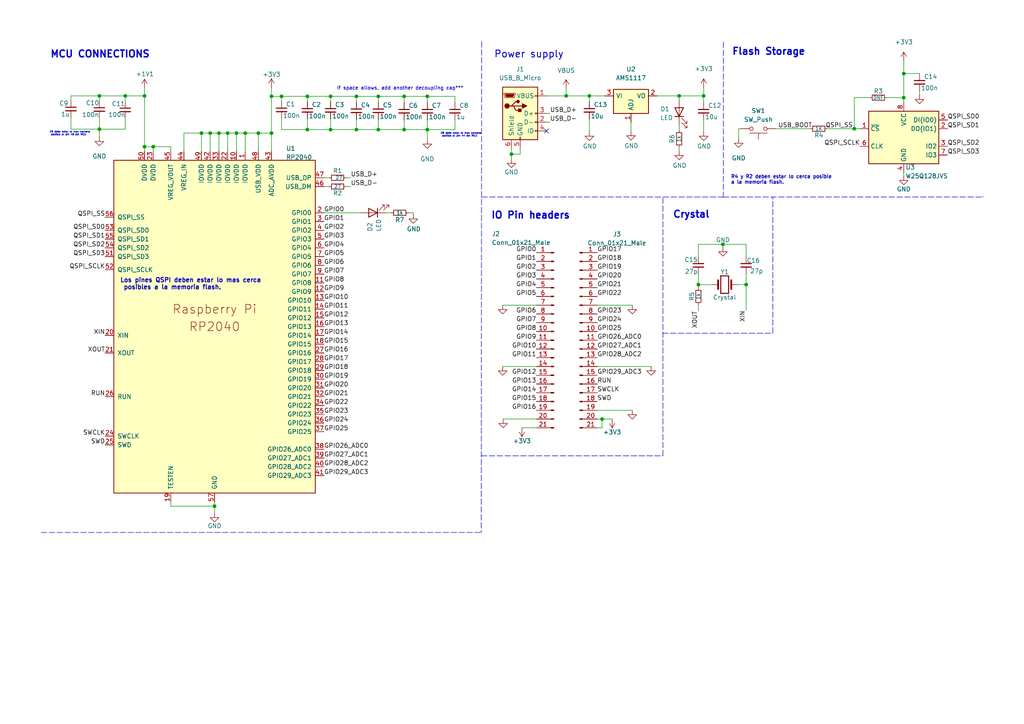
<source format=kicad_sch>
(kicad_sch (version 20211123) (generator eeschema)
  (paper "A4")
  (lib_symbols
    (symbol "Connector:Conn_01x21_Male" (pin_names (offset 1.016) hide)
      (property "Reference" "J" (at 0 27.94 0))
      (property "Value" "Conn_01x21_Male" (at 0 -27.94 0))
      (symbol "Conn_01x21_Male_1_1"
        (polyline (pts (xy 1.27 -25.4) (xy 0.8636 -25.4)) (stroke (width 0.1524)))
        (polyline (pts (xy 1.27 -22.86) (xy 0.8636 -22.86)) (stroke (width 0.1524)))
        (polyline (pts (xy 1.27 -20.32) (xy 0.8636 -20.32)) (stroke (width 0.1524)))
        (polyline (pts (xy 1.27 -17.78) (xy 0.8636 -17.78)) (stroke (width 0.1524)))
        (polyline (pts (xy 1.27 -15.24) (xy 0.8636 -15.24)) (stroke (width 0.1524)))
        (polyline (pts (xy 1.27 -12.7) (xy 0.8636 -12.7)) (stroke (width 0.1524)))
        (polyline (pts (xy 1.27 -10.16) (xy 0.8636 -10.16)) (stroke (width 0.1524)))
        (polyline (pts (xy 1.27 -7.62) (xy 0.8636 -7.62)) (stroke (width 0.1524)))
        (polyline (pts (xy 1.27 -5.08) (xy 0.8636 -5.08)) (stroke (width 0.1524)))
        (polyline (pts (xy 1.27 -2.54) (xy 0.8636 -2.54)) (stroke (width 0.1524)))
        (polyline (pts (xy 1.27 0) (xy 0.8636 0)) (stroke (width 0.1524)))
        (polyline (pts (xy 1.27 2.54) (xy 0.8636 2.54)) (stroke (width 0.1524)))
        (polyline (pts (xy 1.27 5.08) (xy 0.8636 5.08)) (stroke (width 0.1524)))
        (polyline (pts (xy 1.27 7.62) (xy 0.8636 7.62)) (stroke (width 0.1524)))
        (polyline (pts (xy 1.27 10.16) (xy 0.8636 10.16)) (stroke (width 0.1524)))
        (polyline (pts (xy 1.27 12.7) (xy 0.8636 12.7)) (stroke (width 0.1524)))
        (polyline (pts (xy 1.27 15.24) (xy 0.8636 15.24)) (stroke (width 0.1524)))
        (polyline (pts (xy 1.27 17.78) (xy 0.8636 17.78)) (stroke (width 0.1524)))
        (polyline (pts (xy 1.27 20.32) (xy 0.8636 20.32)) (stroke (width 0.1524)))
        (polyline (pts (xy 1.27 22.86) (xy 0.8636 22.86)) (stroke (width 0.1524)))
        (polyline (pts (xy 1.27 25.4) (xy 0.8636 25.4)) (stroke (width 0.1524)))
        (rectangle (start 0.8636 -25.273) (end 0 -25.527) (stroke (width 0.1524)) (fill (type outline)))
        (rectangle (start 0.8636 -22.733) (end 0 -22.987) (stroke (width 0.1524)) (fill (type outline)))
        (rectangle (start 0.8636 -20.193) (end 0 -20.447) (stroke (width 0.1524)) (fill (type outline)))
        (rectangle (start 0.8636 -17.653) (end 0 -17.907) (stroke (width 0.1524)) (fill (type outline)))
        (rectangle (start 0.8636 -15.113) (end 0 -15.367) (stroke (width 0.1524)) (fill (type outline)))
        (rectangle (start 0.8636 -12.573) (end 0 -12.827) (stroke (width 0.1524)) (fill (type outline)))
        (rectangle (start 0.8636 -10.033) (end 0 -10.287) (stroke (width 0.1524)) (fill (type outline)))
        (rectangle (start 0.8636 -7.493) (end 0 -7.747) (stroke (width 0.1524)) (fill (type outline)))
        (rectangle (start 0.8636 -4.953) (end 0 -5.207) (stroke (width 0.1524)) (fill (type outline)))
        (rectangle (start 0.8636 -2.413) (end 0 -2.667) (stroke (width 0.1524)) (fill (type outline)))
        (rectangle (start 0.8636 0.127) (end 0 -0.127) (stroke (width 0.1524)) (fill (type outline)))
        (rectangle (start 0.8636 2.667) (end 0 2.413) (stroke (width 0.1524)) (fill (type outline)))
        (rectangle (start 0.8636 5.207) (end 0 4.953) (stroke (width 0.1524)) (fill (type outline)))
        (rectangle (start 0.8636 7.747) (end 0 7.493) (stroke (width 0.1524)) (fill (type outline)))
        (rectangle (start 0.8636 10.287) (end 0 10.033) (stroke (width 0.1524)) (fill (type outline)))
        (rectangle (start 0.8636 12.827) (end 0 12.573) (stroke (width 0.1524)) (fill (type outline)))
        (rectangle (start 0.8636 15.367) (end 0 15.113) (stroke (width 0.1524)) (fill (type outline)))
        (rectangle (start 0.8636 17.907) (end 0 17.653) (stroke (width 0.1524)) (fill (type outline)))
        (rectangle (start 0.8636 20.447) (end 0 20.193) (stroke (width 0.1524)) (fill (type outline)))
        (rectangle (start 0.8636 22.987) (end 0 22.733) (stroke (width 0.1524)) (fill (type outline)))
        (rectangle (start 0.8636 25.527) (end 0 25.273) (stroke (width 0.1524)) (fill (type outline)))
        (pin passive line (at 5.08 25.4 180) (length 3.81) (name "Pin_1") (number "1"))
        (pin passive line (at 5.08 2.54 180) (length 3.81) (name "Pin_10") (number "10"))
        (pin passive line (at 5.08 0 180) (length 3.81) (name "Pin_11") (number "11"))
        (pin passive line (at 5.08 -2.54 180) (length 3.81) (name "Pin_12") (number "12"))
        (pin passive line (at 5.08 -5.08 180) (length 3.81) (name "Pin_13") (number "13"))
        (pin passive line (at 5.08 -7.62 180) (length 3.81) (name "Pin_14") (number "14"))
        (pin passive line (at 5.08 -10.16 180) (length 3.81) (name "Pin_15") (number "15"))
        (pin passive line (at 5.08 -12.7 180) (length 3.81) (name "Pin_16") (number "16"))
        (pin passive line (at 5.08 -15.24 180) (length 3.81) (name "Pin_17") (number "17"))
        (pin passive line (at 5.08 -17.78 180) (length 3.81) (name "Pin_18") (number "18"))
        (pin passive line (at 5.08 -20.32 180) (length 3.81) (name "Pin_19") (number "19"))
        (pin passive line (at 5.08 22.86 180) (length 3.81) (name "Pin_2") (number "2"))
        (pin passive line (at 5.08 -22.86 180) (length 3.81) (name "Pin_20") (number "20"))
        (pin passive line (at 5.08 -25.4 180) (length 3.81) (name "Pin_21") (number "21"))
        (pin passive line (at 5.08 20.32 180) (length 3.81) (name "Pin_3") (number "3"))
        (pin passive line (at 5.08 17.78 180) (length 3.81) (name "Pin_4") (number "4"))
        (pin passive line (at 5.08 15.24 180) (length 3.81) (name "Pin_5") (number "5"))
        (pin passive line (at 5.08 12.7 180) (length 3.81) (name "Pin_6") (number "6"))
        (pin passive line (at 5.08 10.16 180) (length 3.81) (name "Pin_7") (number "7"))
        (pin passive line (at 5.08 7.62 180) (length 3.81) (name "Pin_8") (number "8"))
        (pin passive line (at 5.08 5.08 180) (length 3.81) (name "Pin_9") (number "9"))
      )
    )
    (symbol "Connector:USB_B_Micro" (pin_names (offset 1.016))
      (property "Reference" "J" (at -5.08 11.43 0))
      (property "Value" "USB_B_Micro" (at -5.08 8.89 0))
      (symbol "USB_B_Micro_0_1"
        (rectangle (start -5.08 -7.62) (end 5.08 7.62) (stroke (width 0.254)) (fill (type background)))
        (circle (center -3.81 2.159) (radius 0.635) (stroke (width 0.254)) (fill (type outline)))
        (circle (center -0.635 3.429) (radius 0.381) (stroke (width 0.254)) (fill (type outline)))
        (rectangle (start -0.127 -7.62) (end 0.127 -6.858))
        (polyline (pts (xy -1.905 2.159) (xy 0.635 2.159)) (stroke (width 0.254)))
        (polyline (pts (xy -3.175 2.159) (xy -2.54 2.159) (xy -1.27 3.429) (xy -0.635 3.429)) (stroke (width 0.254)))
        (polyline (pts (xy -2.54 2.159) (xy -1.905 2.159) (xy -1.27 0.889) (xy 0 0.889)) (stroke (width 0.254)))
        (polyline (pts (xy 0.635 2.794) (xy 0.635 1.524) (xy 1.905 2.159) (xy 0.635 2.794)) (stroke (width 0.254)) (fill (type outline)))
        (polyline (pts (xy -4.318 5.588) (xy -1.778 5.588) (xy -2.032 4.826) (xy -4.064 4.826) (xy -4.318 5.588)) (fill (type outline)))
        (polyline (pts (xy -4.699 5.842) (xy -4.699 5.588) (xy -4.445 4.826) (xy -4.445 4.572) (xy -1.651 4.572) (xy -1.651 4.826) (xy -1.397 5.588) (xy -1.397 5.842) (xy -4.699 5.842)))
        (rectangle (start 0.254 1.27) (end -0.508 0.508) (stroke (width 0.254)) (fill (type outline)))
        (rectangle (start 5.08 -5.207) (end 4.318 -4.953))
        (rectangle (start 5.08 -2.667) (end 4.318 -2.413))
        (rectangle (start 5.08 -0.127) (end 4.318 0.127))
        (rectangle (start 5.08 4.953) (end 4.318 5.207))
      )
      (symbol "USB_B_Micro_1_1"
        (pin power_out line (at 7.62 5.08 180) (length 2.54) (name "VBUS") (number "1"))
        (pin bidirectional line (at 7.62 -2.54 180) (length 2.54) (name "D-") (number "2"))
        (pin bidirectional line (at 7.62 0 180) (length 2.54) (name "D+") (number "3"))
        (pin passive line (at 7.62 -5.08 180) (length 2.54) (name "ID") (number "4"))
        (pin power_out line (at 0 -10.16 90) (length 2.54) (name "GND") (number "5"))
        (pin passive line (at -2.54 -10.16 90) (length 2.54) (name "Shield") (number "6"))
      )
    )
    (symbol "Device:C_Small" (pin_numbers hide) (pin_names (offset 0.254) hide)
      (property "Reference" "C" (at 0.254 1.778 0))
      (property "Value" "C_Small" (at 0.254 -2.032 0))
      (symbol "C_Small_0_1"
        (polyline (pts (xy -1.524 -0.508) (xy 1.524 -0.508)) (stroke (width 0.3302)))
        (polyline (pts (xy -1.524 0.508) (xy 1.524 0.508)) (stroke (width 0.3048)))
      )
      (symbol "C_Small_1_1"
        (pin passive line (at 0 2.54 270) (length 2.032) (name "~") (number "1"))
        (pin passive line (at 0 -2.54 90) (length 2.032) (name "~") (number "2"))
      )
    )
    (symbol "Device:Crystal" (pin_numbers hide) (pin_names (offset 1.016) hide)
      (property "Reference" "Y" (at 0 3.81 0))
      (property "Value" "Crystal" (at 0 -3.81 0))
      (symbol "Crystal_0_1"
        (rectangle (start -1.143 2.54) (end 1.143 -2.54) (stroke (width 0.3048)))
        (polyline (pts (xy -2.54 0) (xy -1.905 0)))
        (polyline (pts (xy -1.905 -1.27) (xy -1.905 1.27)) (stroke (width 0.508)))
        (polyline (pts (xy 1.905 -1.27) (xy 1.905 1.27)) (stroke (width 0.508)))
        (polyline (pts (xy 2.54 0) (xy 1.905 0)))
      )
      (symbol "Crystal_1_1"
        (pin passive line (at -3.81 0 0) (length 1.27) (name "1") (number "1"))
        (pin passive line (at 3.81 0 180) (length 1.27) (name "2") (number "2"))
      )
    )
    (symbol "Device:LED" (pin_numbers hide) (pin_names (offset 1.016) hide)
      (property "Reference" "D" (at 0 2.54 0))
      (property "Value" "LED" (at 0 -2.54 0))
      (symbol "LED_0_1"
        (polyline (pts (xy -1.27 -1.27) (xy -1.27 1.27)) (stroke (width 0.254)))
        (polyline (pts (xy -1.27 0) (xy 1.27 0)))
        (polyline (pts (xy 1.27 -1.27) (xy 1.27 1.27) (xy -1.27 0) (xy 1.27 -1.27)) (stroke (width 0.254)))
        (polyline (pts (xy -3.048 -0.762) (xy -4.572 -2.286) (xy -3.81 -2.286) (xy -4.572 -2.286) (xy -4.572 -1.524)))
        (polyline (pts (xy -1.778 -0.762) (xy -3.302 -2.286) (xy -2.54 -2.286) (xy -3.302 -2.286) (xy -3.302 -1.524)))
      )
      (symbol "LED_1_1"
        (pin passive line (at -3.81 0 0) (length 2.54) (name "K") (number "1"))
        (pin passive line (at 3.81 0 180) (length 2.54) (name "A") (number "2"))
      )
    )
    (symbol "Device:R_Small" (pin_numbers hide) (pin_names (offset 0.254) hide)
      (property "Reference" "R" (at 0.762 0.508 0))
      (property "Value" "R_Small" (at 0.762 -1.016 0))
      (symbol "R_Small_0_1"
        (rectangle (start -0.762 1.778) (end 0.762 -1.778) (stroke (width 0.2032)))
      )
      (symbol "R_Small_1_1"
        (pin passive line (at 0 2.54 270) (length 0.762) (name "~") (number "1"))
        (pin passive line (at 0 -2.54 90) (length 0.762) (name "~") (number "2"))
      )
    )
    (symbol "MCU_RaspberryPi_and_Boards:RP2040" (pin_names (offset 1.016))
      (property "Reference" "U" (at -29.21 49.53 0))
      (property "Value" "RP2040" (at 24.13 -49.53 0))
      (symbol "RP2040_0_0"
        (text "Raspberry Pi" (at 0 5.08 0) (effects (font (size 2.54 2.54))))
        (text "RP2040" (at 0 0 0) (effects (font (size 2.54 2.54))))
      )
      (symbol "RP2040_0_1"
        (rectangle (start 29.21 48.26) (end -29.21 -48.26) (stroke (width 0.254)) (fill (type background)))
      )
      (symbol "RP2040_1_1"
        (pin power_in line (at 8.89 50.8 270) (length 2.54) (name "IOVDD") (number "1"))
        (pin power_in line (at 6.35 50.8 270) (length 2.54) (name "IOVDD") (number "10"))
        (pin bidirectional line (at 31.75 12.7 180) (length 2.54) (name "GPIO8") (number "11"))
        (pin bidirectional line (at 31.75 10.16 180) (length 2.54) (name "GPIO9") (number "12"))
        (pin bidirectional line (at 31.75 7.62 180) (length 2.54) (name "GPIO10") (number "13"))
        (pin bidirectional line (at 31.75 5.08 180) (length 2.54) (name "GPIO11") (number "14"))
        (pin bidirectional line (at 31.75 2.54 180) (length 2.54) (name "GPIO12") (number "15"))
        (pin bidirectional line (at 31.75 0 180) (length 2.54) (name "GPIO13") (number "16"))
        (pin bidirectional line (at 31.75 -2.54 180) (length 2.54) (name "GPIO14") (number "17"))
        (pin bidirectional line (at 31.75 -5.08 180) (length 2.54) (name "GPIO15") (number "18"))
        (pin passive line (at -12.7 -50.8 90) (length 2.54) (name "TESTEN") (number "19"))
        (pin bidirectional line (at 31.75 33.02 180) (length 2.54) (name "GPIO0") (number "2"))
        (pin input line (at -31.75 -2.54 0) (length 2.54) (name "XIN") (number "20"))
        (pin passive line (at -31.75 -7.62 0) (length 2.54) (name "XOUT") (number "21"))
        (pin power_in line (at 3.81 50.8 270) (length 2.54) (name "IOVDD") (number "22"))
        (pin power_in line (at -17.78 50.8 270) (length 2.54) (name "DVDD") (number "23"))
        (pin output line (at -31.75 -31.75 0) (length 2.54) (name "SWCLK") (number "24"))
        (pin bidirectional line (at -31.75 -34.29 0) (length 2.54) (name "SWD") (number "25"))
        (pin input line (at -31.75 -20.32 0) (length 2.54) (name "RUN") (number "26"))
        (pin bidirectional line (at 31.75 -7.62 180) (length 2.54) (name "GPIO16") (number "27"))
        (pin bidirectional line (at 31.75 -10.16 180) (length 2.54) (name "GPIO17") (number "28"))
        (pin bidirectional line (at 31.75 -12.7 180) (length 2.54) (name "GPIO18") (number "29"))
        (pin bidirectional line (at 31.75 30.48 180) (length 2.54) (name "GPIO1") (number "3"))
        (pin bidirectional line (at 31.75 -15.24 180) (length 2.54) (name "GPIO19") (number "30"))
        (pin bidirectional line (at 31.75 -17.78 180) (length 2.54) (name "GPIO20") (number "31"))
        (pin bidirectional line (at 31.75 -20.32 180) (length 2.54) (name "GPIO21") (number "32"))
        (pin power_in line (at 1.27 50.8 270) (length 2.54) (name "IOVDD") (number "33"))
        (pin bidirectional line (at 31.75 -22.86 180) (length 2.54) (name "GPIO22") (number "34"))
        (pin bidirectional line (at 31.75 -25.4 180) (length 2.54) (name "GPIO23") (number "35"))
        (pin bidirectional line (at 31.75 -27.94 180) (length 2.54) (name "GPIO24") (number "36"))
        (pin bidirectional line (at 31.75 -30.48 180) (length 2.54) (name "GPIO25") (number "37"))
        (pin bidirectional line (at 31.75 -35.56 180) (length 2.54) (name "GPIO26_ADC0") (number "38"))
        (pin bidirectional line (at 31.75 -38.1 180) (length 2.54) (name "GPIO27_ADC1") (number "39"))
        (pin bidirectional line (at 31.75 27.94 180) (length 2.54) (name "GPIO2") (number "4"))
        (pin bidirectional line (at 31.75 -40.64 180) (length 2.54) (name "GPIO28_ADC2") (number "40"))
        (pin bidirectional line (at 31.75 -43.18 180) (length 2.54) (name "GPIO29_ADC3") (number "41"))
        (pin power_in line (at -1.27 50.8 270) (length 2.54) (name "IOVDD") (number "42"))
        (pin power_in line (at 16.51 50.8 270) (length 2.54) (name "ADC_AVDD") (number "43"))
        (pin power_in line (at -8.89 50.8 270) (length 2.54) (name "VREG_IN") (number "44"))
        (pin power_out line (at -12.7 50.8 270) (length 2.54) (name "VREG_VOUT") (number "45"))
        (pin bidirectional line (at 31.75 40.64 180) (length 2.54) (name "USB_DM") (number "46"))
        (pin bidirectional line (at 31.75 43.18 180) (length 2.54) (name "USB_DP") (number "47"))
        (pin power_in line (at 12.7 50.8 270) (length 2.54) (name "USB_VDD") (number "48"))
        (pin power_in line (at -3.81 50.8 270) (length 2.54) (name "IOVDD") (number "49"))
        (pin bidirectional line (at 31.75 25.4 180) (length 2.54) (name "GPIO3") (number "5"))
        (pin power_in line (at -20.32 50.8 270) (length 2.54) (name "DVDD") (number "50"))
        (pin bidirectional line (at -31.75 20.32 0) (length 2.54) (name "QSPI_SD3") (number "51"))
        (pin output line (at -31.75 16.51 0) (length 2.54) (name "QSPI_SCLK") (number "52"))
        (pin bidirectional line (at -31.75 27.94 0) (length 2.54) (name "QSPI_SD0") (number "53"))
        (pin bidirectional line (at -31.75 22.86 0) (length 2.54) (name "QSPI_SD2") (number "54"))
        (pin bidirectional line (at -31.75 25.4 0) (length 2.54) (name "QSPI_SD1") (number "55"))
        (pin bidirectional line (at -31.75 31.75 0) (length 2.54) (name "QSPI_SS") (number "56"))
        (pin power_in line (at 0 -50.8 90) (length 2.54) (name "GND") (number "57"))
        (pin bidirectional line (at 31.75 22.86 180) (length 2.54) (name "GPIO4") (number "6"))
        (pin bidirectional line (at 31.75 20.32 180) (length 2.54) (name "GPIO5") (number "7"))
        (pin bidirectional line (at 31.75 17.78 180) (length 2.54) (name "GPIO6") (number "8"))
        (pin bidirectional line (at 31.75 15.24 180) (length 2.54) (name "GPIO7") (number "9"))
      )
    )
    (symbol "Memory_Flash:W25Q128JVS"
      (property "Reference" "U" (at -8.89 8.89 0))
      (property "Value" "W25Q128JVS" (at 7.62 8.89 0))
      (symbol "W25Q128JVS_0_1"
        (rectangle (start -10.16 7.62) (end 10.16 -7.62) (stroke (width 0.254)) (fill (type background)))
      )
      (symbol "W25Q128JVS_1_1"
        (pin input line (at -12.7 2.54 0) (length 2.54) (name "~{CS}") (number "1"))
        (pin bidirectional line (at 12.7 2.54 180) (length 2.54) (name "DO(IO1)") (number "2"))
        (pin bidirectional line (at 12.7 -2.54 180) (length 2.54) (name "IO2") (number "3"))
        (pin power_in line (at 0 -10.16 90) (length 2.54) (name "GND") (number "4"))
        (pin bidirectional line (at 12.7 5.08 180) (length 2.54) (name "DI(IO0)") (number "5"))
        (pin input line (at -12.7 -2.54 0) (length 2.54) (name "CLK") (number "6"))
        (pin bidirectional line (at 12.7 -5.08 180) (length 2.54) (name "IO3") (number "7"))
        (pin power_in line (at 0 10.16 270) (length 2.54) (name "VCC") (number "8"))
      )
    )
    (symbol "Regulator_Linear:AMS1117" (pin_names (offset 0.762))
      (property "Reference" "U" (at -3.81 3.175 0))
      (property "Value" "AMS1117" (at 0 3.175 0))
      (symbol "AMS1117_0_1"
        (rectangle (start -5.08 -5.08) (end 5.08 1.905) (stroke (width 0.254)) (fill (type background)))
      )
      (symbol "AMS1117_1_1"
        (pin input line (at 0 -7.62 90) (length 2.54) (name "ADJ") (number "1"))
        (pin power_out line (at 7.62 0 180) (length 2.54) (name "VO") (number "2"))
        (pin power_in line (at -7.62 0 0) (length 2.54) (name "VI") (number "3"))
      )
    )
    (symbol "Switch:SW_Push" (pin_numbers hide) (pin_names (offset 1.016) hide)
      (property "Reference" "SW" (at 1.27 2.54 0))
      (property "Value" "SW_Push" (at 0 -1.524 0))
      (symbol "SW_Push_0_1"
        (circle (center -2.032 0) (radius 0.508))
        (polyline (pts (xy 0 1.27) (xy 0 3.048)))
        (polyline (pts (xy 2.54 1.27) (xy -2.54 1.27)))
        (circle (center 2.032 0) (radius 0.508))
        (pin passive line (at -5.08 0 0) (length 2.54) (name "1") (number "1"))
        (pin passive line (at 5.08 0 180) (length 2.54) (name "2") (number "2"))
      )
    )
    (symbol "power:+1V1" (power) (pin_names (offset 0))
      (property "Value" "+1V1" (at 0 3.556 0))
      (symbol "+1V1_0_1"
        (polyline (pts (xy -0.762 1.27) (xy 0 2.54)))
        (polyline (pts (xy 0 0) (xy 0 2.54)))
        (polyline (pts (xy 0 2.54) (xy 0.762 1.27)))
      )
      (symbol "+1V1_1_1"
        (pin power_in line (at 0 0 90) (length 0) hide (name "+1V1") (number "1"))
      )
    )
    (symbol "power:+3V3" (power) (pin_names (offset 0))
      (property "Value" "+3V3" (at 0 3.556 0))
      (symbol "+3V3_0_1"
        (polyline (pts (xy -0.762 1.27) (xy 0 2.54)))
        (polyline (pts (xy 0 0) (xy 0 2.54)))
        (polyline (pts (xy 0 2.54) (xy 0.762 1.27)))
      )
      (symbol "+3V3_1_1"
        (pin power_in line (at 0 0 90) (length 0) hide (name "+3V3") (number "1"))
      )
    )
    (symbol "power:GND" (power) (pin_names (offset 0))
      (property "Value" "GND" (at 0 -3.81 0))
      (symbol "GND_0_1"
        (polyline (pts (xy 0 0) (xy 0 -1.27) (xy 1.27 -1.27) (xy 0 -2.54) (xy -1.27 -1.27) (xy 0 -1.27)))
      )
      (symbol "GND_1_1"
        (pin power_in line (at 0 0 270) (length 0) hide (name "GND") (number "1"))
      )
    )
    (symbol "power:VBUS" (power) (pin_names (offset 0))
      (property "Value" "VBUS" (at 0 3.81 0))
      (symbol "VBUS_0_1"
        (polyline (pts (xy -0.762 1.27) (xy 0 2.54)))
        (polyline (pts (xy 0 0) (xy 0 2.54)))
        (polyline (pts (xy 0 2.54) (xy 0.762 1.27)))
      )
      (symbol "VBUS_1_1"
        (pin power_in line (at 0 0 90) (length 0) hide (name "VBUS") (number "1"))
      )
    )
  )
  (junction (at 89.154 37.592))
  (junction (at 262.128 28.321))
  (junction (at 78.74 27.94))
  (junction (at 103.378 27.94))
  (junction (at 28.829 27.813))
  (junction (at 28.829 37.465))
  (junction (at 216.408 82.55))
  (junction (at 62.23 146.812))
  (junction (at 123.952 27.94))
  (junction (at 41.91 27.813))
  (junction (at 262.128 21.336))
  (junction (at 41.91 42.545))
  (junction (at 89.154 27.94))
  (junction (at 117.221 37.592))
  (junction (at 209.677 70.866))
  (junction (at 63.5 38.608))
  (junction (at 247.777 37.338))
  (junction (at 117.221 27.94))
  (junction (at 164.211 27.813))
  (junction (at 170.942 27.813))
  (junction (at 74.93 38.608))
  (junction (at 109.728 37.592))
  (junction (at 174.625 121.539))
  (junction (at 148.336 44.704))
  (junction (at 103.378 37.592))
  (junction (at 66.04 38.608))
  (junction (at 81.661 27.94))
  (junction (at 109.728 27.94))
  (junction (at 44.45 42.545))
  (junction (at 71.12 38.608))
  (junction (at 202.565 82.55))
  (junction (at 95.885 27.94))
  (junction (at 58.42 38.608))
  (junction (at 196.977 27.813))
  (junction (at 68.58 38.608))
  (junction (at 95.885 37.592))
  (junction (at 60.96 38.608))
  (junction (at 123.952 37.592))
  (junction (at 204.089 27.813))
  (junction (at 36.322 27.813))
  (junction (at 78.74 38.608))
  (no_connect (at 158.496 37.973))
  (wire (pts (xy 63.5 38.608) (xy 63.5 43.942)))
  (wire (pts (xy 78.74 27.94) (xy 81.661 27.94)))
  (wire (pts (xy 95.885 34.544) (xy 95.885 37.592)))
  (wire (pts (xy 252.222 28.321) (xy 247.777 28.321)))
  (wire (pts (xy 103.378 27.94) (xy 109.728 27.94)))
  (polyline (pts (xy 139.7 57.15) (xy 209.804 57.15)))
  (wire (pts (xy 164.211 25.654) (xy 164.211 27.813)))
  (wire (pts (xy 89.154 27.94) (xy 89.154 29.464)))
  (wire (pts (xy 62.23 146.812) (xy 62.23 148.844)))
  (wire (pts (xy 49.53 146.812) (xy 62.23 146.812)))
  (wire (pts (xy 103.378 34.671) (xy 103.378 37.592)))
  (wire (pts (xy 62.23 145.542) (xy 62.23 146.812)))
  (wire (pts (xy 262.128 17.653) (xy 262.128 21.336)))
  (wire (pts (xy 204.089 25.4) (xy 204.089 27.813)))
  (wire (pts (xy 60.96 38.608) (xy 60.96 43.942)))
  (wire (pts (xy 159.512 35.433) (xy 158.496 35.433)))
  (wire (pts (xy 109.728 27.94) (xy 117.221 27.94)))
  (wire (pts (xy 170.942 27.813) (xy 170.942 29.464)))
  (wire (pts (xy 60.96 38.608) (xy 63.5 38.608)))
  (wire (pts (xy 202.565 82.55) (xy 202.565 83.439)))
  (wire (pts (xy 214.249 37.338) (xy 214.249 40.259)))
  (wire (pts (xy 145.796 88.519) (xy 155.575 88.519)))
  (wire (pts (xy 112.014 61.722) (xy 113.411 61.722)))
  (wire (pts (xy 53.34 38.608) (xy 58.42 38.608)))
  (wire (pts (xy 41.91 42.545) (xy 44.45 42.545)))
  (wire (pts (xy 173.228 88.519) (xy 183.388 88.519)))
  (wire (pts (xy 28.829 34.29) (xy 28.829 37.465)))
  (wire (pts (xy 89.154 34.544) (xy 89.154 37.592)))
  (wire (pts (xy 131.953 27.94) (xy 131.953 29.718)))
  (wire (pts (xy 170.942 27.813) (xy 175.387 27.813)))
  (wire (pts (xy 262.128 28.321) (xy 262.128 29.718)))
  (wire (pts (xy 93.98 54.102) (xy 95.377 54.102)))
  (wire (pts (xy 68.58 38.608) (xy 68.58 43.942)))
  (wire (pts (xy 93.98 51.562) (xy 95.377 51.562)))
  (wire (pts (xy 202.565 82.55) (xy 206.375 82.55)))
  (wire (pts (xy 109.728 27.94) (xy 109.728 29.591)))
  (wire (pts (xy 66.04 38.608) (xy 66.04 43.942)))
  (polyline (pts (xy 192.278 132.207) (xy 192.278 57.15)))
  (wire (pts (xy 123.952 27.94) (xy 123.952 29.718)))
  (wire (pts (xy 81.661 27.94) (xy 81.661 29.337)))
  (wire (pts (xy 174.625 121.539) (xy 177.546 121.539)))
  (wire (pts (xy 216.408 82.55) (xy 216.408 90.043)))
  (wire (pts (xy 204.089 27.813) (xy 204.089 29.718)))
  (wire (pts (xy 58.42 38.608) (xy 60.96 38.608)))
  (wire (pts (xy 58.42 43.942) (xy 58.42 38.608)))
  (polyline (pts (xy 192.151 96.647) (xy 224.155 96.647)))
  (wire (pts (xy 204.089 34.798) (xy 204.089 38.227)))
  (wire (pts (xy 28.829 37.465) (xy 28.829 39.751)))
  (wire (pts (xy 28.829 27.813) (xy 36.322 27.813)))
  (wire (pts (xy 173.228 124.079) (xy 174.625 124.079)))
  (wire (pts (xy 28.829 27.813) (xy 28.829 29.21)))
  (polyline (pts (xy 139.7 12.065) (xy 139.573 154.432)))
  (wire (pts (xy 190.627 27.813) (xy 196.977 27.813)))
  (wire (pts (xy 95.885 37.592) (xy 89.154 37.592)))
  (wire (pts (xy 148.336 44.704) (xy 148.336 46.101)))
  (wire (pts (xy 174.625 124.079) (xy 174.625 121.539)))
  (wire (pts (xy 20.574 29.083) (xy 20.574 27.813)))
  (wire (pts (xy 20.574 37.465) (xy 28.829 37.465)))
  (wire (pts (xy 36.322 27.813) (xy 41.91 27.813)))
  (wire (pts (xy 202.565 79.502) (xy 202.565 82.55)))
  (wire (pts (xy 20.574 27.813) (xy 28.829 27.813)))
  (wire (pts (xy 63.5 38.608) (xy 66.04 38.608)))
  (wire (pts (xy 170.942 34.544) (xy 170.942 38.227)))
  (wire (pts (xy 257.302 28.321) (xy 262.128 28.321)))
  (wire (pts (xy 119.888 61.722) (xy 119.888 62.23)))
  (polyline (pts (xy 285.115 56.896) (xy 285.115 57.15)))
  (wire (pts (xy 247.777 28.321) (xy 247.777 37.338)))
  (wire (pts (xy 109.728 37.592) (xy 103.378 37.592)))
  (wire (pts (xy 78.74 25.4) (xy 78.74 27.94)))
  (wire (pts (xy 49.53 43.942) (xy 49.53 42.545)))
  (wire (pts (xy 81.661 37.592) (xy 81.661 34.417)))
  (wire (pts (xy 123.952 27.94) (xy 131.953 27.94)))
  (wire (pts (xy 216.408 70.866) (xy 216.408 74.422)))
  (wire (pts (xy 89.154 37.592) (xy 81.661 37.592)))
  (wire (pts (xy 118.491 61.722) (xy 119.888 61.722)))
  (wire (pts (xy 41.91 42.545) (xy 41.91 43.942)))
  (wire (pts (xy 183.007 35.433) (xy 183.007 38.1)))
  (wire (pts (xy 262.128 21.336) (xy 262.128 28.321)))
  (wire (pts (xy 266.7 26.416) (xy 266.7 27.559)))
  (wire (pts (xy 117.221 37.592) (xy 109.728 37.592)))
  (wire (pts (xy 145.796 106.299) (xy 155.575 106.299)))
  (wire (pts (xy 103.378 27.94) (xy 103.378 29.591)))
  (wire (pts (xy 173.228 121.539) (xy 174.625 121.539)))
  (wire (pts (xy 49.53 42.545) (xy 44.45 42.545)))
  (wire (pts (xy 71.12 38.608) (xy 74.93 38.608)))
  (wire (pts (xy 159.512 32.893) (xy 158.496 32.893)))
  (wire (pts (xy 68.58 38.608) (xy 71.12 38.608)))
  (wire (pts (xy 150.876 43.053) (xy 150.876 44.704)))
  (wire (pts (xy 74.93 38.608) (xy 74.93 43.942)))
  (wire (pts (xy 36.322 27.813) (xy 36.322 29.337)))
  (polyline (pts (xy 209.804 57.15) (xy 285.115 57.15)))
  (wire (pts (xy 214.884 37.338) (xy 214.249 37.338)))
  (wire (pts (xy 164.211 27.813) (xy 170.942 27.813)))
  (wire (pts (xy 93.98 61.722) (xy 104.394 61.722)))
  (wire (pts (xy 216.408 82.55) (xy 213.995 82.55)))
  (wire (pts (xy 173.228 118.999) (xy 183.388 118.999)))
  (wire (pts (xy 103.378 37.592) (xy 95.885 37.592)))
  (wire (pts (xy 95.885 27.94) (xy 103.378 27.94)))
  (wire (pts (xy 202.565 74.422) (xy 202.565 70.866)))
  (wire (pts (xy 209.677 71.755) (xy 209.677 70.866)))
  (wire (pts (xy 78.74 27.94) (xy 78.74 38.608)))
  (wire (pts (xy 151.384 124.079) (xy 155.575 124.079)))
  (wire (pts (xy 262.128 50.038) (xy 262.128 51.054)))
  (wire (pts (xy 101.727 54.102) (xy 100.457 54.102)))
  (wire (pts (xy 131.953 37.592) (xy 123.952 37.592)))
  (wire (pts (xy 41.91 25.527) (xy 41.91 27.813)))
  (wire (pts (xy 41.91 27.813) (xy 41.91 42.545)))
  (wire (pts (xy 247.777 37.338) (xy 249.428 37.338)))
  (wire (pts (xy 95.885 29.464) (xy 95.885 27.94)))
  (wire (pts (xy 89.154 27.94) (xy 95.885 27.94)))
  (wire (pts (xy 225.044 37.338) (xy 234.95 37.338)))
  (wire (pts (xy 123.952 37.592) (xy 117.221 37.592)))
  (wire (pts (xy 49.53 145.542) (xy 49.53 146.812)))
  (wire (pts (xy 117.221 27.94) (xy 117.221 29.718)))
  (wire (pts (xy 36.322 34.417) (xy 36.322 37.465)))
  (wire (pts (xy 44.45 42.545) (xy 44.45 43.942)))
  (wire (pts (xy 78.74 38.608) (xy 78.74 43.942)))
  (wire (pts (xy 123.952 34.798) (xy 123.952 37.592)))
  (wire (pts (xy 117.221 34.798) (xy 117.221 37.592)))
  (polyline (pts (xy 209.804 12.192) (xy 209.804 57.15)))
  (wire (pts (xy 123.952 37.592) (xy 123.952 40.513)))
  (wire (pts (xy 196.977 28.702) (xy 196.977 27.813)))
  (polyline (pts (xy 224.155 96.647) (xy 224.155 57.15)))
  (wire (pts (xy 81.661 27.94) (xy 89.154 27.94)))
  (wire (pts (xy 173.228 106.299) (xy 188.849 106.299)))
  (wire (pts (xy 262.128 21.336) (xy 266.7 21.336)))
  (wire (pts (xy 216.408 79.502) (xy 216.408 82.55)))
  (wire (pts (xy 53.34 43.942) (xy 53.34 38.608)))
  (wire (pts (xy 66.04 38.608) (xy 68.58 38.608)))
  (wire (pts (xy 36.322 37.465) (xy 28.829 37.465)))
  (polyline (pts (xy 11.938 154.432) (xy 139.573 154.432)))
  (wire (pts (xy 196.977 36.322) (xy 196.977 37.719)))
  (wire (pts (xy 209.677 70.866) (xy 216.408 70.866)))
  (wire (pts (xy 131.953 34.798) (xy 131.953 37.592)))
  (wire (pts (xy 150.876 44.704) (xy 148.336 44.704)))
  (wire (pts (xy 117.221 27.94) (xy 123.952 27.94)))
  (wire (pts (xy 71.12 38.608) (xy 71.12 43.942)))
  (polyline (pts (xy 139.573 132.207) (xy 192.278 132.207)))
  (wire (pts (xy 74.93 38.608) (xy 78.74 38.608)))
  (wire (pts (xy 196.977 27.813) (xy 204.089 27.813)))
  (wire (pts (xy 148.336 43.053) (xy 148.336 44.704)))
  (wire (pts (xy 158.496 27.813) (xy 164.211 27.813)))
  (wire (pts (xy 240.03 37.338) (xy 247.777 37.338)))
  (wire (pts (xy 20.574 34.163) (xy 20.574 37.465)))
  (wire (pts (xy 202.565 70.866) (xy 209.677 70.866)))
  (wire (pts (xy 101.727 51.562) (xy 100.457 51.562)))
  (wire (pts (xy 145.923 121.539) (xy 155.575 121.539)))
  (wire (pts (xy 196.977 42.799) (xy 196.977 43.815)))
  (wire (pts (xy 109.728 34.671) (xy 109.728 37.592)))
  (wire (pts (xy 202.565 88.519) (xy 202.565 90.17)))
  (text "Los pines QSPI deben estar lo mas cerca\n posibles a la memoria flash." (at 34.798 84.201 0) (effects (font (size 1.27 1.27) bold) (justify left bottom)))
  (text "MCU CONNECTIONS\n" (at 14.478 17.018 0) (effects (font (size 2 2) (thickness 0.4) bold) (justify left bottom)))
  (text "C8 debe estar lo mas cercano\n posible al pin 44 del MCU\n" (at 127.762 39.878 0) (effects (font (size 0.5 0.5)) (justify left bottom)))
  (text "R4 y R2 deben estar lo cerca posible \na la memoria flash." (at 211.963 53.594 0) (effects (font (size 1 1) bold) (justify left bottom)))
  (text "If space allows, add another decoupling cap***\n" (at 97.663 26.289 0) (effects (font (size 1 1)) (justify left bottom)))
  (text "Power supply" (at 143.256 17.018 0) (effects (font (size 2 2) (thickness 0.254) bold) (justify left bottom)))
  (text "C9 debe estar lo mas cercano\n posible al pin 45 del MCU\n" (at 14.351 39.497 0) (effects (font (size 0.5 0.5)) (justify left bottom)))
  (text "IO Pin headers" (at 142.367 63.754 0) (effects (font (size 2 2) (thickness 0.4) bold) (justify left bottom)))
  (text "Flash Storage" (at 212.217 16.256 0) (effects (font (size 2 2) (thickness 0.4) bold) (justify left bottom)))
  (text "Crystal" (at 195.072 63.5 0) (effects (font (size 2 2) bold) (justify left bottom)))
  (label "GPIO12" (at 155.575 108.839 180))
  (label "GPIO2" (at 155.575 78.359 180))
  (label "QSPI_SD1" (at 274.828 37.338 0))
  (label "GPIO28_ADC2" (at 173.228 103.759 0))
  (label "GPIO6" (at 155.575 91.059 180))
  (label "GPIO16" (at 93.98 102.362 0))
  (label "GPIO10" (at 93.98 87.122 0))
  (label "GPIO17" (at 173.228 73.279 0))
  (label "GPIO14" (at 155.575 113.919 180))
  (label "GPIO7" (at 93.98 79.502 0))
  (label "GPIO14" (at 93.98 97.282 0))
  (label "GPIO15" (at 155.575 116.459 180))
  (label "QSPI_SD2" (at 30.48 71.882 180))
  (label "USB_BOOT" (at 225.679 37.338 0))
  (label "GPIO7" (at 155.575 93.599 180))
  (label "GPIO25" (at 173.228 96.139 0))
  (label "XOUT" (at 30.48 102.362 180))
  (label "GPIO2" (at 93.98 66.802 0))
  (label "GPIO3" (at 93.98 69.342 0))
  (label "GPIO1" (at 93.98 64.262 0))
  (label "GPIO20" (at 173.228 80.899 0))
  (label "GPIO22" (at 93.98 117.602 0))
  (label "QSPI_SD3" (at 30.48 74.422 180))
  (label "GPIO19" (at 93.98 109.982 0))
  (label "GPIO19" (at 173.228 78.359 0))
  (label "RUN" (at 173.228 111.379 0))
  (label "XIN" (at 216.408 90.043 270))
  (label "QSPI_SD0" (at 30.48 66.802 180))
  (label "USB_D+" (at 159.512 32.893 0))
  (label "GPIO5" (at 155.575 85.979 180))
  (label "QSPI_SS" (at 30.48 62.992 180))
  (label "GPIO6" (at 93.98 76.962 0))
  (label "GPIO3" (at 155.575 80.899 180))
  (label "GPIO24" (at 93.98 122.682 0))
  (label "GPIO28_ADC2" (at 93.98 135.382 0))
  (label "GPIO0" (at 93.98 61.722 0))
  (label "GPIO17" (at 93.98 104.902 0))
  (label "GPIO24" (at 173.228 93.599 0))
  (label "GPIO4" (at 155.575 83.439 180))
  (label "GPIO29_ADC3" (at 173.228 108.839 0))
  (label "GPIO26_ADC0" (at 93.98 130.302 0))
  (label "GPIO18" (at 93.98 107.442 0))
  (label "GPIO15" (at 93.98 99.822 0))
  (label "RUN" (at 30.48 115.062 180))
  (label "QSPI_SD0" (at 274.828 34.798 0))
  (label "GPIO1" (at 155.575 75.819 180))
  (label "GPIO18" (at 173.228 75.819 0))
  (label "QSPI_SD2" (at 274.828 42.418 0))
  (label "GPIO21" (at 93.98 115.062 0))
  (label "USB_D-" (at 101.727 54.102 0))
  (label "GPIO27_ADC1" (at 173.228 101.219 0))
  (label "SWCLK" (at 173.228 113.919 0))
  (label "XOUT" (at 202.565 90.17 270))
  (label "GPIO29_ADC3" (at 93.98 137.922 0))
  (label "QSPI_SS" (at 247.396 37.338 180))
  (label "GPIO12" (at 93.98 92.202 0))
  (label "USB_D+" (at 101.727 51.562 0))
  (label "GPIO10" (at 155.575 101.219 180))
  (label "GPIO16" (at 155.575 118.999 180))
  (label "GPIO13" (at 155.575 111.379 180))
  (label "USB_D-" (at 159.512 35.433 0))
  (label "XIN" (at 30.48 97.282 180))
  (label "GPIO25" (at 93.98 125.222 0))
  (label "GPIO23" (at 173.228 91.059 0))
  (label "GPIO8" (at 93.98 82.042 0))
  (label "GPIO21" (at 173.228 83.439 0))
  (label "GPIO20" (at 93.98 112.522 0))
  (label "GPIO8" (at 155.575 96.139 180))
  (label "GPIO5" (at 93.98 74.422 0))
  (label "GPIO0" (at 155.575 73.279 180))
  (label "QSPI_SCLK" (at 30.48 78.232 180))
  (label "SWD" (at 173.228 116.459 0))
  (label "SWD" (at 30.48 129.032 180))
  (label "GPIO22" (at 173.228 85.979 0))
  (label "GPIO11" (at 155.575 103.759 180))
  (label "QSPI_SD3" (at 274.828 44.958 0))
  (label "QSPI_SD1" (at 30.48 69.342 180))
  (label "GPIO4" (at 93.98 71.882 0))
  (label "GPIO9" (at 93.98 84.582 0))
  (label "GPIO23" (at 93.98 120.142 0))
  (label "GPIO26_ADC0" (at 173.228 98.679 0))
  (label "SWCLK" (at 30.48 126.492 180))
  (label "GPIO11" (at 93.98 89.662 0))
  (label "QSPI_SCLK" (at 249.428 42.418 180))
  (label "GPIO9" (at 155.575 98.679 180))
  (label "GPIO13" (at 93.98 94.742 0))
  (label "GPIO27_ADC1" (at 93.98 132.842 0))
  (symbol (lib_id "Device:C_Small") (at 95.885 32.004 0) (unit 1)
    (property "Reference" "C3" (at 97.155 30.353 0) (effects (justify left)))
    (property "Value" "100n" (at 96.266 33.655 0) (effects (justify left)))
    (property "Footprint" "Capacitor_SMD:C_0805_2012Metric_Pad1.18x1.45mm_HandSolder" (effects hide))
  )
  (symbol (lib_id "power:GND") (at 196.977 43.815 0) (unit 1)
    (property "Reference" "#PWR025" (effects hide))
    (property "Value" "GND" (at 197.104 48.006 0))
  )
  (symbol (lib_id "power:GND") (at 188.849 106.299 0) (unit 1)
    (property "Reference" "#PWR019" (effects hide))
    (property "Value" "GND" (effects hide))
  )
  (symbol (lib_id "power:VBUS") (at 164.211 25.654 0) (unit 1)
    (property "Reference" "#PWR06" (effects hide))
    (property "Value" "VBUS" (at 164.211 20.447 0))
  )
  (symbol (lib_id "Memory_Flash:W25Q128JVS") (at 262.128 39.878 0) (unit 1)
    (property "Reference" "U3" (at 262.636 48.514 0) (effects (justify left)))
    (property "Value" "W25Q128JVS" (at 262.636 51.054 0) (effects (justify left)))
    (property "Footprint" "Package_SO:SOIC-8_5.23x5.23mm_P1.27mm" (effects hide))
    (property "Datasheet" "http://www.winbond.com/resource-files/w25q128jv_dtr%20revc%2003272018%20plus.pdf" (effects hide))
  )
  (symbol (lib_id "power:+3V3") (at 204.089 25.4 0) (unit 1)
    (property "Reference" "#PWR05" (effects hide))
    (property "Value" "+3V3" (at 204.089 19.939 0))
  )
  (symbol (lib_id "power:+3V3") (at 78.74 25.4 0) (unit 1)
    (property "Reference" "#PWR03" (effects hide))
    (property "Value" "+3V3" (at 78.74 21.59 0))
  )
  (symbol (lib_id "Device:C_Small") (at 81.661 31.877 0) (unit 1)
    (property "Reference" "C1" (at 82.931 30.226 0) (effects (justify left)))
    (property "Value" "100n" (at 82.042 33.528 0) (effects (justify left)))
    (property "Footprint" "Capacitor_SMD:C_0805_2012Metric_Pad1.18x1.45mm_HandSolder" (effects hide))
  )
  (symbol (lib_id "Device:LED") (at 196.977 32.512 90) (unit 1)
    (property "Reference" "D1" (at 191.516 31.623 90) (effects (justify right)))
    (property "Value" "LED" (at 191.516 34.163 90) (effects (justify right)))
    (property "Footprint" "LED_SMD:LED_1206_3216Metric_Pad1.42x1.75mm_HandSolder" (effects hide))
  )
  (symbol (lib_id "Device:C_Small") (at 266.7 23.876 0) (unit 1)
    (property "Reference" "C14" (at 267.97 22.225 0) (effects (justify left)))
    (property "Value" "100n" (at 267.081 25.527 0) (effects (justify left)))
    (property "Footprint" "Capacitor_SMD:C_0805_2012Metric_Pad1.18x1.45mm_HandSolder" (effects hide))
  )
  (symbol (lib_id "power:GND") (at 119.888 62.23 0) (unit 1)
    (property "Reference" "#PWR026" (effects hide))
    (property "Value" "GND" (at 120.015 66.421 0))
  )
  (symbol (lib_id "Device:C_Small") (at 20.574 31.623 0) (unit 1)
    (property "Reference" "C9" (at 17.145 29.972 0) (effects (justify left)))
    (property "Value" "1u" (at 17.653 33.147 0) (effects (justify left)))
    (property "Footprint" "Capacitor_SMD:C_0805_2012Metric_Pad1.18x1.45mm_HandSolder" (effects hide))
  )
  (symbol (lib_id "power:GND") (at 28.829 39.751 0) (unit 1)
    (property "Reference" "#PWR02" (effects hide))
    (property "Value" "GND" (at 28.829 45.339 0))
  )
  (symbol (lib_id "Device:Crystal") (at 210.185 82.55 180) (unit 1)
    (property "Reference" "Y1" (at 210.185 78.867 0))
    (property "Value" "Crystal" (at 210.185 86.233 0))
    (property "Footprint" "Crystal:Crystal_SMD_SeikoEpson_MA505-2Pin_12.7x5.1mm_HandSoldering" (effects hide))
  )
  (symbol (lib_id "power:+3V3") (at 177.546 121.539 180) (unit 1)
    (property "Reference" "#PWR022" (effects hide))
    (property "Value" "+3V3" (at 177.546 125.349 0))
  )
  (symbol (lib_id "Device:R_Small") (at 196.977 40.259 180) (unit 1)
    (property "Reference" "R6" (at 194.945 40.259 90))
    (property "Value" "1k" (at 196.977 40.259 90) (effects (font (size 1 1))))
    (property "Footprint" "Resistor_SMD:R_0805_2012Metric_Pad1.20x1.40mm_HandSolder" (effects hide))
  )
  (symbol (lib_id "Device:C_Small") (at 202.565 76.962 0) (unit 1)
    (property "Reference" "C15" (at 198.501 75.311 0) (effects (justify left)))
    (property "Value" "27p" (at 198.628 78.74 0) (effects (justify left)))
    (property "Footprint" "Capacitor_SMD:C_0805_2012Metric_Pad1.18x1.45mm_HandSolder" (effects hide))
  )
  (symbol (lib_id "Device:C_Small") (at 131.953 32.258 0) (unit 1)
    (property "Reference" "C8" (at 133.223 30.607 0) (effects (justify left)))
    (property "Value" "1u" (at 132.334 33.909 0) (effects (justify left)))
    (property "Footprint" "Capacitor_SMD:C_0805_2012Metric_Pad1.18x1.45mm_HandSolder" (effects hide))
  )
  (symbol (lib_id "Device:C_Small") (at 204.089 32.258 0) (unit 1)
    (property "Reference" "C12" (at 205.359 30.607 0) (effects (justify left)))
    (property "Value" "10u" (at 204.47 33.909 0) (effects (justify left)))
    (property "Footprint" "Capacitor_SMD:C_0805_2012Metric_Pad1.18x1.45mm_HandSolder" (effects hide))
  )
  (symbol (lib_id "power:GND") (at 183.388 118.999 0) (unit 1)
    (property "Reference" "#PWR020" (effects hide))
    (property "Value" "GND" (effects hide))
  )
  (symbol (lib_id "power:GND") (at 145.796 88.519 0) (unit 1)
    (property "Reference" "#PWR016" (effects hide))
    (property "Value" "GND" (effects hide))
  )
  (symbol (lib_id "Device:C_Small") (at 89.154 32.004 0) (unit 1)
    (property "Reference" "C2" (at 90.424 30.353 0) (effects (justify left)))
    (property "Value" "100n" (at 89.535 33.655 0) (effects (justify left)))
    (property "Footprint" "Capacitor_SMD:C_0805_2012Metric_Pad1.18x1.45mm_HandSolder" (effects hide))
  )
  (symbol (lib_id "power:GND") (at 148.336 46.101 0) (unit 1)
    (property "Reference" "#PWR010" (effects hide))
    (property "Value" "GND" (at 148.336 49.911 0))
  )
  (symbol (lib_id "Device:C_Small") (at 109.728 32.131 0) (unit 1)
    (property "Reference" "C5" (at 110.998 30.48 0) (effects (justify left)))
    (property "Value" "100n" (at 110.109 33.782 0) (effects (justify left)))
    (property "Footprint" "Capacitor_SMD:C_0805_2012Metric_Pad1.18x1.45mm_HandSolder" (effects hide))
  )
  (symbol (lib_id "Connector:USB_B_Micro") (at 150.876 32.893 0) (unit 1)
    (property "Reference" "J1" (at 150.876 20.066 0))
    (property "Value" "USB_B_Micro" (at 150.876 22.606 0))
    (property "Footprint" "Connector_USB:USB_Micro-B_Amphenol_10118194_Horizontal" (effects hide))
  )
  (symbol (lib_id "power:GND") (at 183.007 38.1 0) (unit 1)
    (property "Reference" "#PWR07" (effects hide))
    (property "Value" "GND" (at 183.134 42.291 0))
  )
  (symbol (lib_id "power:GND") (at 123.952 40.513 0) (unit 1)
    (property "Reference" "#PWR01" (effects hide))
    (property "Value" "GND" (at 123.952 46.101 0))
  )
  (symbol (lib_id "power:+3V3") (at 151.384 124.079 180) (unit 1)
    (property "Reference" "#PWR023" (effects hide))
    (property "Value" "+3V3" (at 151.384 127.889 0))
  )
  (symbol (lib_id "power:GND") (at 204.089 38.227 0) (unit 1)
    (property "Reference" "#PWR09" (effects hide))
    (property "Value" "GND" (at 204.216 42.418 0))
  )
  (symbol (lib_id "Switch:SW_Push") (at 219.964 37.338 0) (mirror x) (unit 1)
    (property "Reference" "SW1" (at 219.964 32.131 0))
    (property "Value" "SW_Push" (at 219.964 34.671 0))
    (property "Footprint" "Connector_PinHeader_1.27mm:PinHeader_1x02_P1.27mm_Vertical" (effects hide))
  )
  (symbol (lib_id "power:GND") (at 183.388 88.519 0) (unit 1)
    (property "Reference" "#PWR017" (effects hide))
    (property "Value" "GND" (effects hide))
  )
  (symbol (lib_id "power:GND") (at 262.128 51.054 0) (unit 1)
    (property "Reference" "#PWR014" (effects hide))
    (property "Value" "GND" (at 262.128 54.864 0))
  )
  (symbol (lib_id "Device:LED") (at 108.204 61.722 180) (unit 1)
    (property "Reference" "D2" (at 107.315 67.183 90) (effects (justify right)))
    (property "Value" "LED" (at 109.855 67.183 90) (effects (justify right)))
    (property "Footprint" "LED_SMD:LED_1206_3216Metric_Pad1.42x1.75mm_HandSolder" (effects hide))
  )
  (symbol (lib_id "power:+1V1") (at 41.91 25.527 0) (unit 1)
    (property "Reference" "#PWR04" (effects hide))
    (property "Value" "+1V1" (at 42.037 21.463 0))
  )
  (symbol (lib_id "power:GND") (at 214.249 40.259 0) (unit 1)
    (property "Reference" "#PWR013" (effects hide))
    (property "Value" "GND" (at 214.249 45.847 0))
  )
  (symbol (lib_id "Device:C_Small") (at 123.952 32.258 0) (unit 1)
    (property "Reference" "C7" (at 125.222 30.607 0) (effects (justify left)))
    (property "Value" "100n" (at 124.333 33.909 0) (effects (justify left)))
    (property "Footprint" "Capacitor_SMD:C_0805_2012Metric_Pad1.18x1.45mm_HandSolder" (effects hide))
  )
  (symbol (lib_id "power:GND") (at 266.7 27.559 0) (unit 1)
    (property "Reference" "#PWR024" (effects hide))
    (property "Value" "GND" (effects hide))
  )
  (symbol (lib_id "Device:C_Small") (at 103.378 32.131 0) (unit 1)
    (property "Reference" "C4" (at 104.648 30.48 0) (effects (justify left)))
    (property "Value" "100n" (at 103.759 33.782 0) (effects (justify left)))
    (property "Footprint" "Capacitor_SMD:C_0805_2012Metric_Pad1.18x1.45mm_HandSolder" (effects hide))
  )
  (symbol (lib_id "Device:R_Small") (at 254.762 28.321 270) (unit 1)
    (property "Reference" "R3" (at 254.762 26.416 90))
    (property "Value" "DNF" (at 254.762 28.321 90) (effects (font (size 1 1))))
    (property "Footprint" "Resistor_SMD:R_0805_2012Metric_Pad1.20x1.40mm_HandSolder" (effects hide))
  )
  (symbol (lib_id "Device:C_Small") (at 36.322 31.877 0) (unit 1)
    (property "Reference" "C11" (at 32.385 30.099 0) (effects (justify left)))
    (property "Value" "100n" (at 31.369 33.274 0) (effects (justify left)))
    (property "Footprint" "Capacitor_SMD:C_0805_2012Metric_Pad1.18x1.45mm_HandSolder" (effects hide))
  )
  (symbol (lib_id "Device:C_Small") (at 170.942 32.004 0) (unit 1)
    (property "Reference" "C13" (at 172.212 30.353 0) (effects (justify left)))
    (property "Value" "10u" (at 171.323 33.655 0) (effects (justify left)))
    (property "Footprint" "Capacitor_SMD:C_0805_2012Metric_Pad1.18x1.45mm_HandSolder" (effects hide))
  )
  (symbol (lib_id "Device:C_Small") (at 216.408 76.962 0) (unit 1)
    (property "Reference" "C16" (at 216.535 75.565 0) (effects (justify left)))
    (property "Value" "27p" (at 217.551 78.613 0) (effects (justify left)))
    (property "Footprint" "Capacitor_SMD:C_0805_2012Metric_Pad1.18x1.45mm_HandSolder" (effects hide))
  )
  (symbol (lib_id "power:GND") (at 170.942 38.227 0) (unit 1)
    (property "Reference" "#PWR08" (effects hide))
    (property "Value" "GND" (at 171.069 42.418 0))
  )
  (symbol (lib_id "Regulator_Linear:AMS1117") (at 183.007 27.813 0) (unit 1)
    (property "Reference" "U2" (at 183.007 20.066 0))
    (property "Value" "AMS1117" (at 183.007 22.606 0))
    (property "Footprint" "Package_TO_SOT_SMD:SOT-223-3_TabPin2" (effects hide))
    (property "Datasheet" "http://www.advanced-monolithic.com/pdf/ds1117.pdf" (effects hide))
  )
  (symbol (lib_id "power:GND") (at 145.796 106.299 0) (unit 1)
    (property "Reference" "#PWR018" (effects hide))
    (property "Value" "GND" (effects hide))
  )
  (symbol (lib_id "Device:C_Small") (at 117.221 32.258 0) (unit 1)
    (property "Reference" "C6" (at 118.491 30.607 0) (effects (justify left)))
    (property "Value" "100n" (at 117.602 33.909 0) (effects (justify left)))
    (property "Footprint" "Capacitor_SMD:C_0805_2012Metric_Pad1.18x1.45mm_HandSolder" (effects hide))
  )
  (symbol (lib_id "power:GND") (at 62.23 148.844 0) (unit 1)
    (property "Reference" "#PWR011" (effects hide))
    (property "Value" "GND" (at 62.23 152.527 0))
  )
  (symbol (lib_id "Device:R_Small") (at 202.565 85.979 0) (unit 1)
    (property "Reference" "R5" (at 200.66 85.979 90))
    (property "Value" "1k" (at 202.565 85.979 90) (effects (font (size 1 1))))
    (property "Footprint" "Resistor_SMD:R_0805_2012Metric_Pad1.20x1.40mm_HandSolder" (effects hide))
  )
  (symbol (lib_id "Connector:Conn_01x21_Male") (at 160.655 98.679 0) (mirror y) (unit 1)
    (property "Reference" "J2" (at 142.621 67.818 0) (effects (justify right)))
    (property "Value" "Conn_01x21_Male" (at 142.621 70.358 0) (effects (justify right)))
    (property "Footprint" "Connector_PinHeader_1.27mm:PinHeader_1x21_P1.27mm_Vertical" (effects hide))
  )
  (symbol (lib_id "Device:R_Small") (at 97.917 54.102 90) (unit 1)
    (property "Reference" "R2" (at 97.917 56.007 90))
    (property "Value" "27" (at 97.917 54.102 90) (effects (font (size 1 1))))
    (property "Footprint" "Resistor_SMD:R_0805_2012Metric_Pad1.20x1.40mm_HandSolder" (effects hide))
  )
  (symbol (lib_id "Connector:Conn_01x21_Male") (at 168.148 98.679 0) (unit 1)
    (property "Reference" "J3" (at 178.943 67.945 0))
    (property "Value" "Conn_01x21_Male" (at 178.943 70.485 0))
    (property "Footprint" "Connector_PinHeader_1.27mm:PinHeader_1x21_P1.27mm_Vertical" (effects hide))
  )
  (symbol (lib_id "MCU_RaspberryPi_and_Boards:RP2040") (at 62.23 94.742 0) (unit 1)
    (property "Reference" "U1" (at 82.931 43.053 0) (effects (justify left)))
    (property "Value" "RP2040" (at 82.931 45.593 0) (effects (justify left)))
    (property "Footprint" "RP2040_minimal:RP2040-QFN-56" (effects hide))
  )
  (symbol (lib_id "Device:C_Small") (at 28.829 31.75 0) (unit 1)
    (property "Reference" "C10" (at 24.892 29.845 0) (effects (justify left)))
    (property "Value" "100n" (at 23.749 33.274 0) (effects (justify left)))
    (property "Footprint" "Capacitor_SMD:C_0805_2012Metric_Pad1.18x1.45mm_HandSolder" (effects hide))
  )
  (symbol (lib_id "Device:R_Small") (at 115.951 61.722 270) (unit 1)
    (property "Reference" "R7" (at 115.951 63.754 90))
    (property "Value" "1k" (at 115.951 61.722 90) (effects (font (size 1 1))))
    (property "Footprint" "Resistor_SMD:R_0805_2012Metric_Pad1.20x1.40mm_HandSolder" (effects hide))
  )
  (symbol (lib_id "power:+3V3") (at 262.128 17.653 0) (unit 1)
    (property "Reference" "#PWR012" (effects hide))
    (property "Value" "+3V3" (at 262.128 12.192 0))
  )
  (symbol (lib_id "power:GND") (at 145.923 121.539 0) (unit 1)
    (property "Reference" "#PWR021" (effects hide))
    (property "Value" "GND" (effects hide))
  )
  (symbol (lib_id "Device:R_Small") (at 237.49 37.338 90) (unit 1)
    (property "Reference" "R4" (at 237.49 39.243 90))
    (property "Value" "1K" (at 237.49 37.338 90) (effects (font (size 1 1))))
    (property "Footprint" "Resistor_SMD:R_0805_2012Metric_Pad1.20x1.40mm_HandSolder" (effects hide))
  )
  (symbol (lib_id "power:GND") (at 209.677 71.755 0) (unit 1)
    (property "Reference" "#PWR015" (effects hide))
    (property "Value" "GND" (at 209.677 69.596 0))
  )
  (symbol (lib_id "Device:R_Small") (at 97.917 51.562 90) (unit 1)
    (property "Reference" "R1" (at 97.917 49.53 90))
    (property "Value" "27 " (at 98.298 51.562 90) (effects (font (size 1 1))))
    (property "Footprint" "Resistor_SMD:R_0805_2012Metric_Pad1.20x1.40mm_HandSolder" (effects hide))
  )
)
</source>
